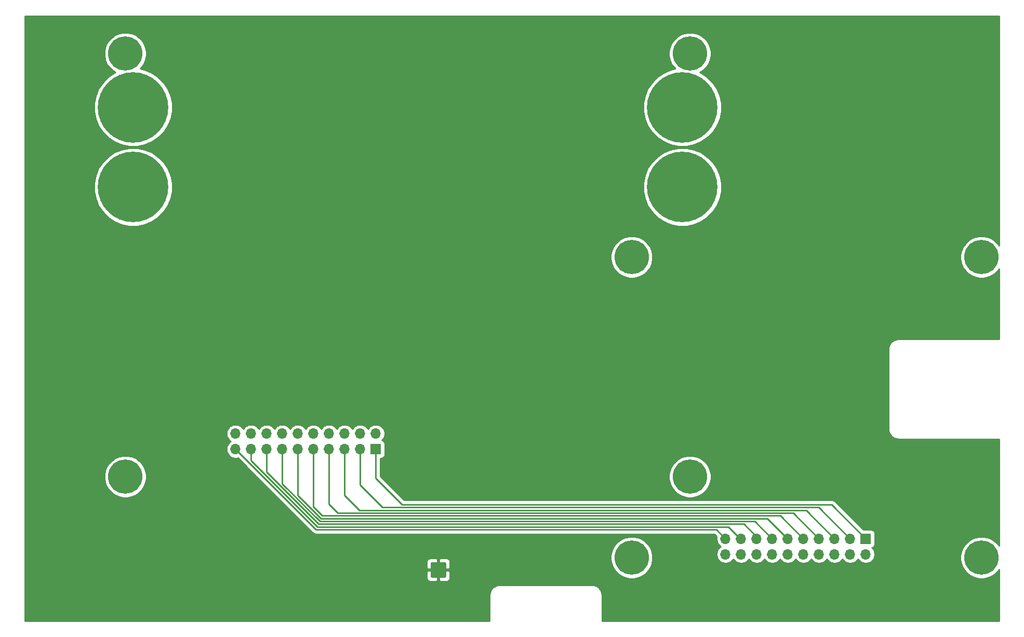
<source format=gbr>
%TF.GenerationSoftware,KiCad,Pcbnew,(5.1.9)-1*%
%TF.CreationDate,2021-09-18T16:00:30+02:00*%
%TF.ProjectId,DDS_mount,4444535f-6d6f-4756-9e74-2e6b69636164,1.1*%
%TF.SameCoordinates,Original*%
%TF.FileFunction,Copper,L1,Top*%
%TF.FilePolarity,Positive*%
%FSLAX46Y46*%
G04 Gerber Fmt 4.6, Leading zero omitted, Abs format (unit mm)*
G04 Created by KiCad (PCBNEW (5.1.9)-1) date 2021-09-18 16:00:30*
%MOMM*%
%LPD*%
G01*
G04 APERTURE LIST*
%TA.AperFunction,ComponentPad*%
%ADD10C,11.500000*%
%TD*%
%TA.AperFunction,ComponentPad*%
%ADD11C,5.600000*%
%TD*%
%TA.AperFunction,ComponentPad*%
%ADD12O,1.700000X1.700000*%
%TD*%
%TA.AperFunction,ComponentPad*%
%ADD13R,1.700000X1.700000*%
%TD*%
%TA.AperFunction,Conductor*%
%ADD14C,0.250000*%
%TD*%
%TA.AperFunction,Conductor*%
%ADD15C,0.254000*%
%TD*%
%TA.AperFunction,Conductor*%
%ADD16C,0.100000*%
%TD*%
G04 APERTURE END LIST*
D10*
%TO.P,J2,~*%
%TO.N,N/C*%
X157750000Y-78550000D03*
X157750000Y-65550000D03*
X68250000Y-78550000D03*
X68250000Y-65550000D03*
D11*
X159000000Y-125800000D03*
X159000000Y-56800000D03*
X67000000Y-56800000D03*
X67000000Y-125800000D03*
D12*
%TO.P,J2,20*%
%TO.N,Net-(J1-Pad20)*%
X84940000Y-118760000D03*
%TO.P,J2,19*%
%TO.N,Net-(J1-Pad19)*%
X84940000Y-121300000D03*
%TO.P,J2,18*%
%TO.N,Net-(J1-Pad18)*%
X87480000Y-118760000D03*
%TO.P,J2,17*%
%TO.N,Net-(J1-Pad17)*%
X87480000Y-121300000D03*
%TO.P,J2,16*%
%TO.N,Net-(J1-Pad16)*%
X90020000Y-118760000D03*
%TO.P,J2,15*%
%TO.N,Net-(J1-Pad15)*%
X90020000Y-121300000D03*
%TO.P,J2,14*%
%TO.N,Net-(J1-Pad14)*%
X92560000Y-118760000D03*
%TO.P,J2,13*%
%TO.N,Net-(J1-Pad13)*%
X92560000Y-121300000D03*
%TO.P,J2,12*%
%TO.N,Net-(J1-Pad12)*%
X95100000Y-118760000D03*
%TO.P,J2,11*%
%TO.N,Net-(J1-Pad11)*%
X95100000Y-121300000D03*
%TO.P,J2,10*%
%TO.N,Net-(J1-Pad10)*%
X97640000Y-118760000D03*
%TO.P,J2,9*%
%TO.N,Net-(J1-Pad9)*%
X97640000Y-121300000D03*
%TO.P,J2,8*%
%TO.N,Net-(J1-Pad8)*%
X100180000Y-118760000D03*
%TO.P,J2,7*%
%TO.N,Net-(J1-Pad7)*%
X100180000Y-121300000D03*
%TO.P,J2,6*%
%TO.N,Net-(J1-Pad6)*%
X102720000Y-118760000D03*
%TO.P,J2,5*%
%TO.N,Net-(J1-Pad5)*%
X102720000Y-121300000D03*
%TO.P,J2,4*%
%TO.N,Net-(J1-Pad4)*%
X105260000Y-118760000D03*
%TO.P,J2,3*%
%TO.N,Net-(J1-Pad3)*%
X105260000Y-121300000D03*
%TO.P,J2,2*%
%TO.N,Net-(J1-Pad2)*%
X107800000Y-118760000D03*
D13*
%TO.P,J2,1*%
%TO.N,Net-(J1-Pad1)*%
X107800000Y-121300000D03*
%TD*%
D11*
%TO.P,J1,~*%
%TO.N,N/C*%
X206500000Y-90000000D03*
X149500000Y-90000000D03*
X206500000Y-139000000D03*
X149500000Y-139000000D03*
D12*
%TO.P,J1,20*%
%TO.N,Net-(J1-Pad20)*%
X164790000Y-138440000D03*
%TO.P,J1,19*%
%TO.N,Net-(J1-Pad19)*%
X164790000Y-135900000D03*
%TO.P,J1,18*%
%TO.N,Net-(J1-Pad18)*%
X167330000Y-138440000D03*
%TO.P,J1,17*%
%TO.N,Net-(J1-Pad17)*%
X167330000Y-135900000D03*
%TO.P,J1,16*%
%TO.N,Net-(J1-Pad16)*%
X169870000Y-138440000D03*
%TO.P,J1,15*%
%TO.N,Net-(J1-Pad15)*%
X169870000Y-135900000D03*
%TO.P,J1,14*%
%TO.N,Net-(J1-Pad14)*%
X172410000Y-138440000D03*
%TO.P,J1,13*%
%TO.N,Net-(J1-Pad13)*%
X172410000Y-135900000D03*
%TO.P,J1,12*%
%TO.N,Net-(J1-Pad12)*%
X174950000Y-138440000D03*
%TO.P,J1,11*%
%TO.N,Net-(J1-Pad11)*%
X174950000Y-135900000D03*
%TO.P,J1,10*%
%TO.N,Net-(J1-Pad10)*%
X177490000Y-138440000D03*
%TO.P,J1,9*%
%TO.N,Net-(J1-Pad9)*%
X177490000Y-135900000D03*
%TO.P,J1,8*%
%TO.N,Net-(J1-Pad8)*%
X180030000Y-138440000D03*
%TO.P,J1,7*%
%TO.N,Net-(J1-Pad7)*%
X180030000Y-135900000D03*
%TO.P,J1,6*%
%TO.N,Net-(J1-Pad6)*%
X182570000Y-138440000D03*
%TO.P,J1,5*%
%TO.N,Net-(J1-Pad5)*%
X182570000Y-135900000D03*
%TO.P,J1,4*%
%TO.N,Net-(J1-Pad4)*%
X185110000Y-138440000D03*
%TO.P,J1,3*%
%TO.N,Net-(J1-Pad3)*%
X185110000Y-135900000D03*
%TO.P,J1,2*%
%TO.N,Net-(J1-Pad2)*%
X187650000Y-138440000D03*
D13*
%TO.P,J1,1*%
%TO.N,Net-(J1-Pad1)*%
X187650000Y-135900000D03*
%TD*%
%TO.P,J3,1*%
%TO.N,GND*%
%TA.AperFunction,ComponentPad*%
G36*
G01*
X116725000Y-142025001D02*
X116725000Y-139974999D01*
G75*
G02*
X116974999Y-139725000I249999J0D01*
G01*
X119025001Y-139725000D01*
G75*
G02*
X119275000Y-139974999I0J-249999D01*
G01*
X119275000Y-142025001D01*
G75*
G02*
X119025001Y-142275000I-249999J0D01*
G01*
X116974999Y-142275000D01*
G75*
G02*
X116725000Y-142025001I0J249999D01*
G01*
G37*
%TD.AperFunction*%
%TD*%
D14*
%TO.N,Net-(J1-Pad1)*%
X107800000Y-121300000D02*
X107800000Y-126049910D01*
X182099910Y-130349910D02*
X187650000Y-135900000D01*
X112100000Y-130349910D02*
X182099910Y-130349910D01*
X107800000Y-126049910D02*
X112100000Y-130349910D01*
%TO.N,Net-(J1-Pad3)*%
X105260000Y-121300000D02*
X105260000Y-127160000D01*
X180009920Y-130799920D02*
X185110000Y-135900000D01*
X108899920Y-130799920D02*
X180009920Y-130799920D01*
X105260000Y-127160000D02*
X108899920Y-130799920D01*
%TO.N,Net-(J1-Pad5)*%
X102720000Y-121300000D02*
X102720000Y-128820000D01*
X177919930Y-131249930D02*
X182570000Y-135900000D01*
X105149930Y-131249930D02*
X177919930Y-131249930D01*
X102720000Y-128820000D02*
X105149930Y-131249930D01*
%TO.N,Net-(J1-Pad7)*%
X100180000Y-121300000D02*
X100180000Y-130280000D01*
X100180000Y-130280000D02*
X101599940Y-131699940D01*
X175829940Y-131699940D02*
X180030000Y-135900000D01*
X101599940Y-131699940D02*
X175829940Y-131699940D01*
%TO.N,Net-(J1-Pad9)*%
X97640000Y-121300000D02*
X97640000Y-130730770D01*
X97640000Y-130730770D02*
X99059180Y-132149950D01*
X173739950Y-132149950D02*
X177490000Y-135900000D01*
X99059180Y-132149950D02*
X173739950Y-132149950D01*
%TO.N,Net-(J1-Pad11)*%
X95100000Y-121300000D02*
X95100000Y-128827180D01*
X171649960Y-132599960D02*
X174950000Y-135900000D01*
X98872780Y-132599960D02*
X171649960Y-132599960D01*
X95100000Y-128827180D02*
X98872780Y-132599960D01*
%TO.N,Net-(J1-Pad13)*%
X92560000Y-121300000D02*
X92560000Y-126923590D01*
X169559970Y-133049970D02*
X172410000Y-135900000D01*
X98686380Y-133049970D02*
X169559970Y-133049970D01*
X92560000Y-126923590D02*
X98686380Y-133049970D01*
%TO.N,Net-(J1-Pad15)*%
X90020000Y-121300000D02*
X90020000Y-125020000D01*
X98499980Y-133499980D02*
X167799980Y-133499980D01*
X90020000Y-125020000D02*
X98499980Y-133499980D01*
X169870000Y-135570000D02*
X169870000Y-135900000D01*
X167799980Y-133499980D02*
X169870000Y-135570000D01*
%TO.N,Net-(J1-Pad17)*%
X87480000Y-121300000D02*
X87480000Y-123180000D01*
X98249990Y-133949990D02*
X165249990Y-133949990D01*
X87480000Y-123180000D02*
X98249990Y-133949990D01*
X167200000Y-135900000D02*
X167330000Y-135900000D01*
X165249990Y-133949990D02*
X167200000Y-135900000D01*
%TO.N,Net-(J1-Pad19)*%
X84940000Y-121300000D02*
X98040000Y-134400000D01*
X163290000Y-134400000D02*
X164790000Y-135900000D01*
X98040000Y-134400000D02*
X163290000Y-134400000D01*
%TD*%
D15*
%TO.N,GND*%
X209340001Y-88067526D02*
X209168138Y-87810315D01*
X208689685Y-87331862D01*
X208127082Y-86955943D01*
X207501952Y-86697006D01*
X206838318Y-86565000D01*
X206161682Y-86565000D01*
X205498048Y-86697006D01*
X204872918Y-86955943D01*
X204310315Y-87331862D01*
X203831862Y-87810315D01*
X203455943Y-88372918D01*
X203197006Y-88998048D01*
X203065000Y-89661682D01*
X203065000Y-90338318D01*
X203197006Y-91001952D01*
X203455943Y-91627082D01*
X203831862Y-92189685D01*
X204310315Y-92668138D01*
X204872918Y-93044057D01*
X205498048Y-93302994D01*
X206161682Y-93435000D01*
X206838318Y-93435000D01*
X207501952Y-93302994D01*
X208127082Y-93044057D01*
X208689685Y-92668138D01*
X209168138Y-92189685D01*
X209340001Y-91932474D01*
X209340001Y-103340000D01*
X192967581Y-103340000D01*
X192939326Y-103342783D01*
X192933199Y-103342740D01*
X192924028Y-103343640D01*
X192729931Y-103364041D01*
X192671348Y-103376066D01*
X192612577Y-103387277D01*
X192603755Y-103389941D01*
X192417317Y-103447653D01*
X192362162Y-103470838D01*
X192306709Y-103493242D01*
X192298573Y-103497568D01*
X192126896Y-103590393D01*
X192077278Y-103623861D01*
X192027247Y-103656600D01*
X192020106Y-103662424D01*
X191869728Y-103786828D01*
X191827589Y-103829263D01*
X191784839Y-103871126D01*
X191778966Y-103878227D01*
X191655616Y-104029469D01*
X191622534Y-104079262D01*
X191588716Y-104128651D01*
X191584333Y-104136757D01*
X191492708Y-104309079D01*
X191469909Y-104364394D01*
X191446348Y-104419366D01*
X191443623Y-104428169D01*
X191387214Y-104615005D01*
X191375594Y-104673693D01*
X191363158Y-104732196D01*
X191362195Y-104741361D01*
X191343150Y-104935595D01*
X191340000Y-104967582D01*
X191340001Y-118032419D01*
X191342783Y-118060664D01*
X191342740Y-118066801D01*
X191343640Y-118075972D01*
X191364041Y-118270069D01*
X191376068Y-118328658D01*
X191387277Y-118387423D01*
X191389941Y-118396245D01*
X191447653Y-118582683D01*
X191470838Y-118637838D01*
X191493242Y-118693291D01*
X191497568Y-118701427D01*
X191590393Y-118873104D01*
X191623846Y-118922699D01*
X191656600Y-118972753D01*
X191662424Y-118979894D01*
X191786828Y-119130272D01*
X191829263Y-119172411D01*
X191871126Y-119215161D01*
X191878227Y-119221034D01*
X192029469Y-119344384D01*
X192079277Y-119377477D01*
X192128651Y-119411284D01*
X192136757Y-119415667D01*
X192309080Y-119507292D01*
X192364392Y-119530090D01*
X192419366Y-119553652D01*
X192428169Y-119556377D01*
X192615006Y-119612786D01*
X192673686Y-119624405D01*
X192732196Y-119636842D01*
X192741361Y-119637805D01*
X192935594Y-119656850D01*
X192935598Y-119656850D01*
X192967581Y-119660000D01*
X209340000Y-119660000D01*
X209340001Y-137067526D01*
X209168138Y-136810315D01*
X208689685Y-136331862D01*
X208127082Y-135955943D01*
X207501952Y-135697006D01*
X206838318Y-135565000D01*
X206161682Y-135565000D01*
X205498048Y-135697006D01*
X204872918Y-135955943D01*
X204310315Y-136331862D01*
X203831862Y-136810315D01*
X203455943Y-137372918D01*
X203197006Y-137998048D01*
X203065000Y-138661682D01*
X203065000Y-139338318D01*
X203197006Y-140001952D01*
X203455943Y-140627082D01*
X203831862Y-141189685D01*
X204310315Y-141668138D01*
X204872918Y-142044057D01*
X205498048Y-142302994D01*
X206161682Y-142435000D01*
X206838318Y-142435000D01*
X207501952Y-142302994D01*
X208127082Y-142044057D01*
X208689685Y-141668138D01*
X209168138Y-141189685D01*
X209340001Y-140932474D01*
X209340001Y-149340000D01*
X144660000Y-149340000D01*
X144660000Y-145067581D01*
X144657217Y-145039326D01*
X144657260Y-145033199D01*
X144656360Y-145024028D01*
X144635959Y-144829931D01*
X144623934Y-144771348D01*
X144612723Y-144712577D01*
X144610059Y-144703755D01*
X144552347Y-144517317D01*
X144529162Y-144462162D01*
X144506758Y-144406709D01*
X144502432Y-144398573D01*
X144409607Y-144226896D01*
X144376139Y-144177278D01*
X144343400Y-144127247D01*
X144337576Y-144120106D01*
X144213172Y-143969728D01*
X144170737Y-143927589D01*
X144128874Y-143884839D01*
X144121773Y-143878966D01*
X143970531Y-143755616D01*
X143920738Y-143722534D01*
X143871349Y-143688716D01*
X143863243Y-143684333D01*
X143690921Y-143592708D01*
X143635606Y-143569909D01*
X143580634Y-143546348D01*
X143571831Y-143543623D01*
X143384995Y-143487214D01*
X143326307Y-143475594D01*
X143267804Y-143463158D01*
X143258639Y-143462195D01*
X143064405Y-143443150D01*
X143064402Y-143443150D01*
X143032419Y-143440000D01*
X127967581Y-143440000D01*
X127939326Y-143442783D01*
X127933199Y-143442740D01*
X127924028Y-143443640D01*
X127729931Y-143464041D01*
X127671348Y-143476066D01*
X127612577Y-143487277D01*
X127603755Y-143489941D01*
X127417317Y-143547653D01*
X127362162Y-143570838D01*
X127306709Y-143593242D01*
X127298573Y-143597568D01*
X127126896Y-143690393D01*
X127077278Y-143723861D01*
X127027247Y-143756600D01*
X127020106Y-143762424D01*
X126869728Y-143886828D01*
X126827589Y-143929263D01*
X126784839Y-143971126D01*
X126778966Y-143978227D01*
X126655616Y-144129469D01*
X126622534Y-144179262D01*
X126588716Y-144228651D01*
X126584333Y-144236757D01*
X126492708Y-144409079D01*
X126469909Y-144464394D01*
X126446348Y-144519366D01*
X126443623Y-144528169D01*
X126387214Y-144715005D01*
X126375594Y-144773693D01*
X126363158Y-144832196D01*
X126362195Y-144841361D01*
X126343150Y-145035595D01*
X126340000Y-145067582D01*
X126340001Y-149340000D01*
X50660000Y-149340000D01*
X50660000Y-142275000D01*
X116086928Y-142275000D01*
X116099188Y-142399482D01*
X116135498Y-142519180D01*
X116194463Y-142629494D01*
X116273815Y-142726185D01*
X116370506Y-142805537D01*
X116480820Y-142864502D01*
X116600518Y-142900812D01*
X116725000Y-142913072D01*
X117714250Y-142910000D01*
X117873000Y-142751250D01*
X117873000Y-141127000D01*
X118127000Y-141127000D01*
X118127000Y-142751250D01*
X118285750Y-142910000D01*
X119275000Y-142913072D01*
X119399482Y-142900812D01*
X119519180Y-142864502D01*
X119629494Y-142805537D01*
X119726185Y-142726185D01*
X119805537Y-142629494D01*
X119864502Y-142519180D01*
X119900812Y-142399482D01*
X119913072Y-142275000D01*
X119910000Y-141285750D01*
X119751250Y-141127000D01*
X118127000Y-141127000D01*
X117873000Y-141127000D01*
X116248750Y-141127000D01*
X116090000Y-141285750D01*
X116086928Y-142275000D01*
X50660000Y-142275000D01*
X50660000Y-139725000D01*
X116086928Y-139725000D01*
X116090000Y-140714250D01*
X116248750Y-140873000D01*
X117873000Y-140873000D01*
X117873000Y-139248750D01*
X118127000Y-139248750D01*
X118127000Y-140873000D01*
X119751250Y-140873000D01*
X119910000Y-140714250D01*
X119913072Y-139725000D01*
X119900812Y-139600518D01*
X119864502Y-139480820D01*
X119805537Y-139370506D01*
X119726185Y-139273815D01*
X119629494Y-139194463D01*
X119519180Y-139135498D01*
X119399482Y-139099188D01*
X119275000Y-139086928D01*
X118285750Y-139090000D01*
X118127000Y-139248750D01*
X117873000Y-139248750D01*
X117714250Y-139090000D01*
X116725000Y-139086928D01*
X116600518Y-139099188D01*
X116480820Y-139135498D01*
X116370506Y-139194463D01*
X116273815Y-139273815D01*
X116194463Y-139370506D01*
X116135498Y-139480820D01*
X116099188Y-139600518D01*
X116086928Y-139725000D01*
X50660000Y-139725000D01*
X50660000Y-138661682D01*
X146065000Y-138661682D01*
X146065000Y-139338318D01*
X146197006Y-140001952D01*
X146455943Y-140627082D01*
X146831862Y-141189685D01*
X147310315Y-141668138D01*
X147872918Y-142044057D01*
X148498048Y-142302994D01*
X149161682Y-142435000D01*
X149838318Y-142435000D01*
X150501952Y-142302994D01*
X151127082Y-142044057D01*
X151689685Y-141668138D01*
X152168138Y-141189685D01*
X152544057Y-140627082D01*
X152802994Y-140001952D01*
X152935000Y-139338318D01*
X152935000Y-138661682D01*
X152802994Y-137998048D01*
X152544057Y-137372918D01*
X152168138Y-136810315D01*
X151689685Y-136331862D01*
X151127082Y-135955943D01*
X150501952Y-135697006D01*
X149838318Y-135565000D01*
X149161682Y-135565000D01*
X148498048Y-135697006D01*
X147872918Y-135955943D01*
X147310315Y-136331862D01*
X146831862Y-136810315D01*
X146455943Y-137372918D01*
X146197006Y-137998048D01*
X146065000Y-138661682D01*
X50660000Y-138661682D01*
X50660000Y-125461682D01*
X63565000Y-125461682D01*
X63565000Y-126138318D01*
X63697006Y-126801952D01*
X63955943Y-127427082D01*
X64331862Y-127989685D01*
X64810315Y-128468138D01*
X65372918Y-128844057D01*
X65998048Y-129102994D01*
X66661682Y-129235000D01*
X67338318Y-129235000D01*
X68001952Y-129102994D01*
X68627082Y-128844057D01*
X69189685Y-128468138D01*
X69668138Y-127989685D01*
X70044057Y-127427082D01*
X70302994Y-126801952D01*
X70435000Y-126138318D01*
X70435000Y-125461682D01*
X70302994Y-124798048D01*
X70044057Y-124172918D01*
X69668138Y-123610315D01*
X69189685Y-123131862D01*
X68627082Y-122755943D01*
X68001952Y-122497006D01*
X67338318Y-122365000D01*
X66661682Y-122365000D01*
X65998048Y-122497006D01*
X65372918Y-122755943D01*
X64810315Y-123131862D01*
X64331862Y-123610315D01*
X63955943Y-124172918D01*
X63697006Y-124798048D01*
X63565000Y-125461682D01*
X50660000Y-125461682D01*
X50660000Y-118613740D01*
X83455000Y-118613740D01*
X83455000Y-118906260D01*
X83512068Y-119193158D01*
X83624010Y-119463411D01*
X83786525Y-119706632D01*
X83993368Y-119913475D01*
X84167760Y-120030000D01*
X83993368Y-120146525D01*
X83786525Y-120353368D01*
X83624010Y-120596589D01*
X83512068Y-120866842D01*
X83455000Y-121153740D01*
X83455000Y-121446260D01*
X83512068Y-121733158D01*
X83624010Y-122003411D01*
X83786525Y-122246632D01*
X83993368Y-122453475D01*
X84236589Y-122615990D01*
X84506842Y-122727932D01*
X84793740Y-122785000D01*
X85086260Y-122785000D01*
X85306408Y-122741209D01*
X97476200Y-134911002D01*
X97499999Y-134940001D01*
X97615724Y-135034974D01*
X97747753Y-135105546D01*
X97891014Y-135149003D01*
X98002667Y-135160000D01*
X98002675Y-135160000D01*
X98040000Y-135163676D01*
X98077325Y-135160000D01*
X162975199Y-135160000D01*
X163348791Y-135533592D01*
X163305000Y-135753740D01*
X163305000Y-136046260D01*
X163362068Y-136333158D01*
X163474010Y-136603411D01*
X163636525Y-136846632D01*
X163843368Y-137053475D01*
X164017760Y-137170000D01*
X163843368Y-137286525D01*
X163636525Y-137493368D01*
X163474010Y-137736589D01*
X163362068Y-138006842D01*
X163305000Y-138293740D01*
X163305000Y-138586260D01*
X163362068Y-138873158D01*
X163474010Y-139143411D01*
X163636525Y-139386632D01*
X163843368Y-139593475D01*
X164086589Y-139755990D01*
X164356842Y-139867932D01*
X164643740Y-139925000D01*
X164936260Y-139925000D01*
X165223158Y-139867932D01*
X165493411Y-139755990D01*
X165736632Y-139593475D01*
X165943475Y-139386632D01*
X166060000Y-139212240D01*
X166176525Y-139386632D01*
X166383368Y-139593475D01*
X166626589Y-139755990D01*
X166896842Y-139867932D01*
X167183740Y-139925000D01*
X167476260Y-139925000D01*
X167763158Y-139867932D01*
X168033411Y-139755990D01*
X168276632Y-139593475D01*
X168483475Y-139386632D01*
X168600000Y-139212240D01*
X168716525Y-139386632D01*
X168923368Y-139593475D01*
X169166589Y-139755990D01*
X169436842Y-139867932D01*
X169723740Y-139925000D01*
X170016260Y-139925000D01*
X170303158Y-139867932D01*
X170573411Y-139755990D01*
X170816632Y-139593475D01*
X171023475Y-139386632D01*
X171140000Y-139212240D01*
X171256525Y-139386632D01*
X171463368Y-139593475D01*
X171706589Y-139755990D01*
X171976842Y-139867932D01*
X172263740Y-139925000D01*
X172556260Y-139925000D01*
X172843158Y-139867932D01*
X173113411Y-139755990D01*
X173356632Y-139593475D01*
X173563475Y-139386632D01*
X173680000Y-139212240D01*
X173796525Y-139386632D01*
X174003368Y-139593475D01*
X174246589Y-139755990D01*
X174516842Y-139867932D01*
X174803740Y-139925000D01*
X175096260Y-139925000D01*
X175383158Y-139867932D01*
X175653411Y-139755990D01*
X175896632Y-139593475D01*
X176103475Y-139386632D01*
X176220000Y-139212240D01*
X176336525Y-139386632D01*
X176543368Y-139593475D01*
X176786589Y-139755990D01*
X177056842Y-139867932D01*
X177343740Y-139925000D01*
X177636260Y-139925000D01*
X177923158Y-139867932D01*
X178193411Y-139755990D01*
X178436632Y-139593475D01*
X178643475Y-139386632D01*
X178760000Y-139212240D01*
X178876525Y-139386632D01*
X179083368Y-139593475D01*
X179326589Y-139755990D01*
X179596842Y-139867932D01*
X179883740Y-139925000D01*
X180176260Y-139925000D01*
X180463158Y-139867932D01*
X180733411Y-139755990D01*
X180976632Y-139593475D01*
X181183475Y-139386632D01*
X181300000Y-139212240D01*
X181416525Y-139386632D01*
X181623368Y-139593475D01*
X181866589Y-139755990D01*
X182136842Y-139867932D01*
X182423740Y-139925000D01*
X182716260Y-139925000D01*
X183003158Y-139867932D01*
X183273411Y-139755990D01*
X183516632Y-139593475D01*
X183723475Y-139386632D01*
X183840000Y-139212240D01*
X183956525Y-139386632D01*
X184163368Y-139593475D01*
X184406589Y-139755990D01*
X184676842Y-139867932D01*
X184963740Y-139925000D01*
X185256260Y-139925000D01*
X185543158Y-139867932D01*
X185813411Y-139755990D01*
X186056632Y-139593475D01*
X186263475Y-139386632D01*
X186380000Y-139212240D01*
X186496525Y-139386632D01*
X186703368Y-139593475D01*
X186946589Y-139755990D01*
X187216842Y-139867932D01*
X187503740Y-139925000D01*
X187796260Y-139925000D01*
X188083158Y-139867932D01*
X188353411Y-139755990D01*
X188596632Y-139593475D01*
X188803475Y-139386632D01*
X188965990Y-139143411D01*
X189077932Y-138873158D01*
X189135000Y-138586260D01*
X189135000Y-138293740D01*
X189077932Y-138006842D01*
X188965990Y-137736589D01*
X188803475Y-137493368D01*
X188671620Y-137361513D01*
X188744180Y-137339502D01*
X188854494Y-137280537D01*
X188951185Y-137201185D01*
X189030537Y-137104494D01*
X189089502Y-136994180D01*
X189125812Y-136874482D01*
X189138072Y-136750000D01*
X189138072Y-135050000D01*
X189125812Y-134925518D01*
X189089502Y-134805820D01*
X189030537Y-134695506D01*
X188951185Y-134598815D01*
X188854494Y-134519463D01*
X188744180Y-134460498D01*
X188624482Y-134424188D01*
X188500000Y-134411928D01*
X187236730Y-134411928D01*
X182663714Y-129838913D01*
X182639911Y-129809909D01*
X182524186Y-129714936D01*
X182392157Y-129644364D01*
X182248896Y-129600907D01*
X182137243Y-129589910D01*
X182137232Y-129589910D01*
X182099910Y-129586234D01*
X182062588Y-129589910D01*
X112414802Y-129589910D01*
X108560000Y-125735109D01*
X108560000Y-125461682D01*
X155565000Y-125461682D01*
X155565000Y-126138318D01*
X155697006Y-126801952D01*
X155955943Y-127427082D01*
X156331862Y-127989685D01*
X156810315Y-128468138D01*
X157372918Y-128844057D01*
X157998048Y-129102994D01*
X158661682Y-129235000D01*
X159338318Y-129235000D01*
X160001952Y-129102994D01*
X160627082Y-128844057D01*
X161189685Y-128468138D01*
X161668138Y-127989685D01*
X162044057Y-127427082D01*
X162302994Y-126801952D01*
X162435000Y-126138318D01*
X162435000Y-125461682D01*
X162302994Y-124798048D01*
X162044057Y-124172918D01*
X161668138Y-123610315D01*
X161189685Y-123131862D01*
X160627082Y-122755943D01*
X160001952Y-122497006D01*
X159338318Y-122365000D01*
X158661682Y-122365000D01*
X157998048Y-122497006D01*
X157372918Y-122755943D01*
X156810315Y-123131862D01*
X156331862Y-123610315D01*
X155955943Y-124172918D01*
X155697006Y-124798048D01*
X155565000Y-125461682D01*
X108560000Y-125461682D01*
X108560000Y-122788072D01*
X108650000Y-122788072D01*
X108774482Y-122775812D01*
X108894180Y-122739502D01*
X109004494Y-122680537D01*
X109101185Y-122601185D01*
X109180537Y-122504494D01*
X109239502Y-122394180D01*
X109275812Y-122274482D01*
X109288072Y-122150000D01*
X109288072Y-120450000D01*
X109275812Y-120325518D01*
X109239502Y-120205820D01*
X109180537Y-120095506D01*
X109101185Y-119998815D01*
X109004494Y-119919463D01*
X108894180Y-119860498D01*
X108821620Y-119838487D01*
X108953475Y-119706632D01*
X109115990Y-119463411D01*
X109227932Y-119193158D01*
X109285000Y-118906260D01*
X109285000Y-118613740D01*
X109227932Y-118326842D01*
X109115990Y-118056589D01*
X108953475Y-117813368D01*
X108746632Y-117606525D01*
X108503411Y-117444010D01*
X108233158Y-117332068D01*
X107946260Y-117275000D01*
X107653740Y-117275000D01*
X107366842Y-117332068D01*
X107096589Y-117444010D01*
X106853368Y-117606525D01*
X106646525Y-117813368D01*
X106530000Y-117987760D01*
X106413475Y-117813368D01*
X106206632Y-117606525D01*
X105963411Y-117444010D01*
X105693158Y-117332068D01*
X105406260Y-117275000D01*
X105113740Y-117275000D01*
X104826842Y-117332068D01*
X104556589Y-117444010D01*
X104313368Y-117606525D01*
X104106525Y-117813368D01*
X103990000Y-117987760D01*
X103873475Y-117813368D01*
X103666632Y-117606525D01*
X103423411Y-117444010D01*
X103153158Y-117332068D01*
X102866260Y-117275000D01*
X102573740Y-117275000D01*
X102286842Y-117332068D01*
X102016589Y-117444010D01*
X101773368Y-117606525D01*
X101566525Y-117813368D01*
X101450000Y-117987760D01*
X101333475Y-117813368D01*
X101126632Y-117606525D01*
X100883411Y-117444010D01*
X100613158Y-117332068D01*
X100326260Y-117275000D01*
X100033740Y-117275000D01*
X99746842Y-117332068D01*
X99476589Y-117444010D01*
X99233368Y-117606525D01*
X99026525Y-117813368D01*
X98910000Y-117987760D01*
X98793475Y-117813368D01*
X98586632Y-117606525D01*
X98343411Y-117444010D01*
X98073158Y-117332068D01*
X97786260Y-117275000D01*
X97493740Y-117275000D01*
X97206842Y-117332068D01*
X96936589Y-117444010D01*
X96693368Y-117606525D01*
X96486525Y-117813368D01*
X96370000Y-117987760D01*
X96253475Y-117813368D01*
X96046632Y-117606525D01*
X95803411Y-117444010D01*
X95533158Y-117332068D01*
X95246260Y-117275000D01*
X94953740Y-117275000D01*
X94666842Y-117332068D01*
X94396589Y-117444010D01*
X94153368Y-117606525D01*
X93946525Y-117813368D01*
X93830000Y-117987760D01*
X93713475Y-117813368D01*
X93506632Y-117606525D01*
X93263411Y-117444010D01*
X92993158Y-117332068D01*
X92706260Y-117275000D01*
X92413740Y-117275000D01*
X92126842Y-117332068D01*
X91856589Y-117444010D01*
X91613368Y-117606525D01*
X91406525Y-117813368D01*
X91290000Y-117987760D01*
X91173475Y-117813368D01*
X90966632Y-117606525D01*
X90723411Y-117444010D01*
X90453158Y-117332068D01*
X90166260Y-117275000D01*
X89873740Y-117275000D01*
X89586842Y-117332068D01*
X89316589Y-117444010D01*
X89073368Y-117606525D01*
X88866525Y-117813368D01*
X88750000Y-117987760D01*
X88633475Y-117813368D01*
X88426632Y-117606525D01*
X88183411Y-117444010D01*
X87913158Y-117332068D01*
X87626260Y-117275000D01*
X87333740Y-117275000D01*
X87046842Y-117332068D01*
X86776589Y-117444010D01*
X86533368Y-117606525D01*
X86326525Y-117813368D01*
X86210000Y-117987760D01*
X86093475Y-117813368D01*
X85886632Y-117606525D01*
X85643411Y-117444010D01*
X85373158Y-117332068D01*
X85086260Y-117275000D01*
X84793740Y-117275000D01*
X84506842Y-117332068D01*
X84236589Y-117444010D01*
X83993368Y-117606525D01*
X83786525Y-117813368D01*
X83624010Y-118056589D01*
X83512068Y-118326842D01*
X83455000Y-118613740D01*
X50660000Y-118613740D01*
X50660000Y-89661682D01*
X146065000Y-89661682D01*
X146065000Y-90338318D01*
X146197006Y-91001952D01*
X146455943Y-91627082D01*
X146831862Y-92189685D01*
X147310315Y-92668138D01*
X147872918Y-93044057D01*
X148498048Y-93302994D01*
X149161682Y-93435000D01*
X149838318Y-93435000D01*
X150501952Y-93302994D01*
X151127082Y-93044057D01*
X151689685Y-92668138D01*
X152168138Y-92189685D01*
X152544057Y-91627082D01*
X152802994Y-91001952D01*
X152935000Y-90338318D01*
X152935000Y-89661682D01*
X152802994Y-88998048D01*
X152544057Y-88372918D01*
X152168138Y-87810315D01*
X151689685Y-87331862D01*
X151127082Y-86955943D01*
X150501952Y-86697006D01*
X149838318Y-86565000D01*
X149161682Y-86565000D01*
X148498048Y-86697006D01*
X147872918Y-86955943D01*
X147310315Y-87331862D01*
X146831862Y-87810315D01*
X146455943Y-88372918D01*
X146197006Y-88998048D01*
X146065000Y-89661682D01*
X50660000Y-89661682D01*
X50660000Y-77921132D01*
X61865000Y-77921132D01*
X61865000Y-79178868D01*
X62110372Y-80412436D01*
X62591687Y-81574431D01*
X63290447Y-82620200D01*
X64179800Y-83509553D01*
X65225569Y-84208313D01*
X66387564Y-84689628D01*
X67621132Y-84935000D01*
X68878868Y-84935000D01*
X70112436Y-84689628D01*
X71274431Y-84208313D01*
X72320200Y-83509553D01*
X73209553Y-82620200D01*
X73908313Y-81574431D01*
X74389628Y-80412436D01*
X74635000Y-79178868D01*
X74635000Y-77921132D01*
X151365000Y-77921132D01*
X151365000Y-79178868D01*
X151610372Y-80412436D01*
X152091687Y-81574431D01*
X152790447Y-82620200D01*
X153679800Y-83509553D01*
X154725569Y-84208313D01*
X155887564Y-84689628D01*
X157121132Y-84935000D01*
X158378868Y-84935000D01*
X159612436Y-84689628D01*
X160774431Y-84208313D01*
X161820200Y-83509553D01*
X162709553Y-82620200D01*
X163408313Y-81574431D01*
X163889628Y-80412436D01*
X164135000Y-79178868D01*
X164135000Y-77921132D01*
X163889628Y-76687564D01*
X163408313Y-75525569D01*
X162709553Y-74479800D01*
X161820200Y-73590447D01*
X160774431Y-72891687D01*
X159612436Y-72410372D01*
X158378868Y-72165000D01*
X157121132Y-72165000D01*
X155887564Y-72410372D01*
X154725569Y-72891687D01*
X153679800Y-73590447D01*
X152790447Y-74479800D01*
X152091687Y-75525569D01*
X151610372Y-76687564D01*
X151365000Y-77921132D01*
X74635000Y-77921132D01*
X74389628Y-76687564D01*
X73908313Y-75525569D01*
X73209553Y-74479800D01*
X72320200Y-73590447D01*
X71274431Y-72891687D01*
X70112436Y-72410372D01*
X68878868Y-72165000D01*
X67621132Y-72165000D01*
X66387564Y-72410372D01*
X65225569Y-72891687D01*
X64179800Y-73590447D01*
X63290447Y-74479800D01*
X62591687Y-75525569D01*
X62110372Y-76687564D01*
X61865000Y-77921132D01*
X50660000Y-77921132D01*
X50660000Y-64921132D01*
X61865000Y-64921132D01*
X61865000Y-66178868D01*
X62110372Y-67412436D01*
X62591687Y-68574431D01*
X63290447Y-69620200D01*
X64179800Y-70509553D01*
X65225569Y-71208313D01*
X66387564Y-71689628D01*
X67621132Y-71935000D01*
X68878868Y-71935000D01*
X70112436Y-71689628D01*
X71274431Y-71208313D01*
X72320200Y-70509553D01*
X73209553Y-69620200D01*
X73908313Y-68574431D01*
X74389628Y-67412436D01*
X74635000Y-66178868D01*
X74635000Y-64921132D01*
X151365000Y-64921132D01*
X151365000Y-66178868D01*
X151610372Y-67412436D01*
X152091687Y-68574431D01*
X152790447Y-69620200D01*
X153679800Y-70509553D01*
X154725569Y-71208313D01*
X155887564Y-71689628D01*
X157121132Y-71935000D01*
X158378868Y-71935000D01*
X159612436Y-71689628D01*
X160774431Y-71208313D01*
X161820200Y-70509553D01*
X162709553Y-69620200D01*
X163408313Y-68574431D01*
X163889628Y-67412436D01*
X164135000Y-66178868D01*
X164135000Y-64921132D01*
X163889628Y-63687564D01*
X163408313Y-62525569D01*
X162709553Y-61479800D01*
X161820200Y-60590447D01*
X160774431Y-59891687D01*
X160639466Y-59835782D01*
X161189685Y-59468138D01*
X161668138Y-58989685D01*
X162044057Y-58427082D01*
X162302994Y-57801952D01*
X162435000Y-57138318D01*
X162435000Y-56461682D01*
X162302994Y-55798048D01*
X162044057Y-55172918D01*
X161668138Y-54610315D01*
X161189685Y-54131862D01*
X160627082Y-53755943D01*
X160001952Y-53497006D01*
X159338318Y-53365000D01*
X158661682Y-53365000D01*
X157998048Y-53497006D01*
X157372918Y-53755943D01*
X156810315Y-54131862D01*
X156331862Y-54610315D01*
X155955943Y-55172918D01*
X155697006Y-55798048D01*
X155565000Y-56461682D01*
X155565000Y-57138318D01*
X155697006Y-57801952D01*
X155955943Y-58427082D01*
X156331862Y-58989685D01*
X156609039Y-59266862D01*
X155887564Y-59410372D01*
X154725569Y-59891687D01*
X153679800Y-60590447D01*
X152790447Y-61479800D01*
X152091687Y-62525569D01*
X151610372Y-63687564D01*
X151365000Y-64921132D01*
X74635000Y-64921132D01*
X74389628Y-63687564D01*
X73908313Y-62525569D01*
X73209553Y-61479800D01*
X72320200Y-60590447D01*
X71274431Y-59891687D01*
X70112436Y-59410372D01*
X69390961Y-59266862D01*
X69668138Y-58989685D01*
X70044057Y-58427082D01*
X70302994Y-57801952D01*
X70435000Y-57138318D01*
X70435000Y-56461682D01*
X70302994Y-55798048D01*
X70044057Y-55172918D01*
X69668138Y-54610315D01*
X69189685Y-54131862D01*
X68627082Y-53755943D01*
X68001952Y-53497006D01*
X67338318Y-53365000D01*
X66661682Y-53365000D01*
X65998048Y-53497006D01*
X65372918Y-53755943D01*
X64810315Y-54131862D01*
X64331862Y-54610315D01*
X63955943Y-55172918D01*
X63697006Y-55798048D01*
X63565000Y-56461682D01*
X63565000Y-57138318D01*
X63697006Y-57801952D01*
X63955943Y-58427082D01*
X64331862Y-58989685D01*
X64810315Y-59468138D01*
X65360534Y-59835782D01*
X65225569Y-59891687D01*
X64179800Y-60590447D01*
X63290447Y-61479800D01*
X62591687Y-62525569D01*
X62110372Y-63687564D01*
X61865000Y-64921132D01*
X50660000Y-64921132D01*
X50660000Y-50660000D01*
X209340000Y-50660000D01*
X209340001Y-88067526D01*
%TA.AperFunction,Conductor*%
D16*
G36*
X209340001Y-88067526D02*
G01*
X209168138Y-87810315D01*
X208689685Y-87331862D01*
X208127082Y-86955943D01*
X207501952Y-86697006D01*
X206838318Y-86565000D01*
X206161682Y-86565000D01*
X205498048Y-86697006D01*
X204872918Y-86955943D01*
X204310315Y-87331862D01*
X203831862Y-87810315D01*
X203455943Y-88372918D01*
X203197006Y-88998048D01*
X203065000Y-89661682D01*
X203065000Y-90338318D01*
X203197006Y-91001952D01*
X203455943Y-91627082D01*
X203831862Y-92189685D01*
X204310315Y-92668138D01*
X204872918Y-93044057D01*
X205498048Y-93302994D01*
X206161682Y-93435000D01*
X206838318Y-93435000D01*
X207501952Y-93302994D01*
X208127082Y-93044057D01*
X208689685Y-92668138D01*
X209168138Y-92189685D01*
X209340001Y-91932474D01*
X209340001Y-103340000D01*
X192967581Y-103340000D01*
X192939326Y-103342783D01*
X192933199Y-103342740D01*
X192924028Y-103343640D01*
X192729931Y-103364041D01*
X192671348Y-103376066D01*
X192612577Y-103387277D01*
X192603755Y-103389941D01*
X192417317Y-103447653D01*
X192362162Y-103470838D01*
X192306709Y-103493242D01*
X192298573Y-103497568D01*
X192126896Y-103590393D01*
X192077278Y-103623861D01*
X192027247Y-103656600D01*
X192020106Y-103662424D01*
X191869728Y-103786828D01*
X191827589Y-103829263D01*
X191784839Y-103871126D01*
X191778966Y-103878227D01*
X191655616Y-104029469D01*
X191622534Y-104079262D01*
X191588716Y-104128651D01*
X191584333Y-104136757D01*
X191492708Y-104309079D01*
X191469909Y-104364394D01*
X191446348Y-104419366D01*
X191443623Y-104428169D01*
X191387214Y-104615005D01*
X191375594Y-104673693D01*
X191363158Y-104732196D01*
X191362195Y-104741361D01*
X191343150Y-104935595D01*
X191340000Y-104967582D01*
X191340001Y-118032419D01*
X191342783Y-118060664D01*
X191342740Y-118066801D01*
X191343640Y-118075972D01*
X191364041Y-118270069D01*
X191376068Y-118328658D01*
X191387277Y-118387423D01*
X191389941Y-118396245D01*
X191447653Y-118582683D01*
X191470838Y-118637838D01*
X191493242Y-118693291D01*
X191497568Y-118701427D01*
X191590393Y-118873104D01*
X191623846Y-118922699D01*
X191656600Y-118972753D01*
X191662424Y-118979894D01*
X191786828Y-119130272D01*
X191829263Y-119172411D01*
X191871126Y-119215161D01*
X191878227Y-119221034D01*
X192029469Y-119344384D01*
X192079277Y-119377477D01*
X192128651Y-119411284D01*
X192136757Y-119415667D01*
X192309080Y-119507292D01*
X192364392Y-119530090D01*
X192419366Y-119553652D01*
X192428169Y-119556377D01*
X192615006Y-119612786D01*
X192673686Y-119624405D01*
X192732196Y-119636842D01*
X192741361Y-119637805D01*
X192935594Y-119656850D01*
X192935598Y-119656850D01*
X192967581Y-119660000D01*
X209340000Y-119660000D01*
X209340001Y-137067526D01*
X209168138Y-136810315D01*
X208689685Y-136331862D01*
X208127082Y-135955943D01*
X207501952Y-135697006D01*
X206838318Y-135565000D01*
X206161682Y-135565000D01*
X205498048Y-135697006D01*
X204872918Y-135955943D01*
X204310315Y-136331862D01*
X203831862Y-136810315D01*
X203455943Y-137372918D01*
X203197006Y-137998048D01*
X203065000Y-138661682D01*
X203065000Y-139338318D01*
X203197006Y-140001952D01*
X203455943Y-140627082D01*
X203831862Y-141189685D01*
X204310315Y-141668138D01*
X204872918Y-142044057D01*
X205498048Y-142302994D01*
X206161682Y-142435000D01*
X206838318Y-142435000D01*
X207501952Y-142302994D01*
X208127082Y-142044057D01*
X208689685Y-141668138D01*
X209168138Y-141189685D01*
X209340001Y-140932474D01*
X209340001Y-149340000D01*
X144660000Y-149340000D01*
X144660000Y-145067581D01*
X144657217Y-145039326D01*
X144657260Y-145033199D01*
X144656360Y-145024028D01*
X144635959Y-144829931D01*
X144623934Y-144771348D01*
X144612723Y-144712577D01*
X144610059Y-144703755D01*
X144552347Y-144517317D01*
X144529162Y-144462162D01*
X144506758Y-144406709D01*
X144502432Y-144398573D01*
X144409607Y-144226896D01*
X144376139Y-144177278D01*
X144343400Y-144127247D01*
X144337576Y-144120106D01*
X144213172Y-143969728D01*
X144170737Y-143927589D01*
X144128874Y-143884839D01*
X144121773Y-143878966D01*
X143970531Y-143755616D01*
X143920738Y-143722534D01*
X143871349Y-143688716D01*
X143863243Y-143684333D01*
X143690921Y-143592708D01*
X143635606Y-143569909D01*
X143580634Y-143546348D01*
X143571831Y-143543623D01*
X143384995Y-143487214D01*
X143326307Y-143475594D01*
X143267804Y-143463158D01*
X143258639Y-143462195D01*
X143064405Y-143443150D01*
X143064402Y-143443150D01*
X143032419Y-143440000D01*
X127967581Y-143440000D01*
X127939326Y-143442783D01*
X127933199Y-143442740D01*
X127924028Y-143443640D01*
X127729931Y-143464041D01*
X127671348Y-143476066D01*
X127612577Y-143487277D01*
X127603755Y-143489941D01*
X127417317Y-143547653D01*
X127362162Y-143570838D01*
X127306709Y-143593242D01*
X127298573Y-143597568D01*
X127126896Y-143690393D01*
X127077278Y-143723861D01*
X127027247Y-143756600D01*
X127020106Y-143762424D01*
X126869728Y-143886828D01*
X126827589Y-143929263D01*
X126784839Y-143971126D01*
X126778966Y-143978227D01*
X126655616Y-144129469D01*
X126622534Y-144179262D01*
X126588716Y-144228651D01*
X126584333Y-144236757D01*
X126492708Y-144409079D01*
X126469909Y-144464394D01*
X126446348Y-144519366D01*
X126443623Y-144528169D01*
X126387214Y-144715005D01*
X126375594Y-144773693D01*
X126363158Y-144832196D01*
X126362195Y-144841361D01*
X126343150Y-145035595D01*
X126340000Y-145067582D01*
X126340001Y-149340000D01*
X50660000Y-149340000D01*
X50660000Y-142275000D01*
X116086928Y-142275000D01*
X116099188Y-142399482D01*
X116135498Y-142519180D01*
X116194463Y-142629494D01*
X116273815Y-142726185D01*
X116370506Y-142805537D01*
X116480820Y-142864502D01*
X116600518Y-142900812D01*
X116725000Y-142913072D01*
X117714250Y-142910000D01*
X117873000Y-142751250D01*
X117873000Y-141127000D01*
X118127000Y-141127000D01*
X118127000Y-142751250D01*
X118285750Y-142910000D01*
X119275000Y-142913072D01*
X119399482Y-142900812D01*
X119519180Y-142864502D01*
X119629494Y-142805537D01*
X119726185Y-142726185D01*
X119805537Y-142629494D01*
X119864502Y-142519180D01*
X119900812Y-142399482D01*
X119913072Y-142275000D01*
X119910000Y-141285750D01*
X119751250Y-141127000D01*
X118127000Y-141127000D01*
X117873000Y-141127000D01*
X116248750Y-141127000D01*
X116090000Y-141285750D01*
X116086928Y-142275000D01*
X50660000Y-142275000D01*
X50660000Y-139725000D01*
X116086928Y-139725000D01*
X116090000Y-140714250D01*
X116248750Y-140873000D01*
X117873000Y-140873000D01*
X117873000Y-139248750D01*
X118127000Y-139248750D01*
X118127000Y-140873000D01*
X119751250Y-140873000D01*
X119910000Y-140714250D01*
X119913072Y-139725000D01*
X119900812Y-139600518D01*
X119864502Y-139480820D01*
X119805537Y-139370506D01*
X119726185Y-139273815D01*
X119629494Y-139194463D01*
X119519180Y-139135498D01*
X119399482Y-139099188D01*
X119275000Y-139086928D01*
X118285750Y-139090000D01*
X118127000Y-139248750D01*
X117873000Y-139248750D01*
X117714250Y-139090000D01*
X116725000Y-139086928D01*
X116600518Y-139099188D01*
X116480820Y-139135498D01*
X116370506Y-139194463D01*
X116273815Y-139273815D01*
X116194463Y-139370506D01*
X116135498Y-139480820D01*
X116099188Y-139600518D01*
X116086928Y-139725000D01*
X50660000Y-139725000D01*
X50660000Y-138661682D01*
X146065000Y-138661682D01*
X146065000Y-139338318D01*
X146197006Y-140001952D01*
X146455943Y-140627082D01*
X146831862Y-141189685D01*
X147310315Y-141668138D01*
X147872918Y-142044057D01*
X148498048Y-142302994D01*
X149161682Y-142435000D01*
X149838318Y-142435000D01*
X150501952Y-142302994D01*
X151127082Y-142044057D01*
X151689685Y-141668138D01*
X152168138Y-141189685D01*
X152544057Y-140627082D01*
X152802994Y-140001952D01*
X152935000Y-139338318D01*
X152935000Y-138661682D01*
X152802994Y-137998048D01*
X152544057Y-137372918D01*
X152168138Y-136810315D01*
X151689685Y-136331862D01*
X151127082Y-135955943D01*
X150501952Y-135697006D01*
X149838318Y-135565000D01*
X149161682Y-135565000D01*
X148498048Y-135697006D01*
X147872918Y-135955943D01*
X147310315Y-136331862D01*
X146831862Y-136810315D01*
X146455943Y-137372918D01*
X146197006Y-137998048D01*
X146065000Y-138661682D01*
X50660000Y-138661682D01*
X50660000Y-125461682D01*
X63565000Y-125461682D01*
X63565000Y-126138318D01*
X63697006Y-126801952D01*
X63955943Y-127427082D01*
X64331862Y-127989685D01*
X64810315Y-128468138D01*
X65372918Y-128844057D01*
X65998048Y-129102994D01*
X66661682Y-129235000D01*
X67338318Y-129235000D01*
X68001952Y-129102994D01*
X68627082Y-128844057D01*
X69189685Y-128468138D01*
X69668138Y-127989685D01*
X70044057Y-127427082D01*
X70302994Y-126801952D01*
X70435000Y-126138318D01*
X70435000Y-125461682D01*
X70302994Y-124798048D01*
X70044057Y-124172918D01*
X69668138Y-123610315D01*
X69189685Y-123131862D01*
X68627082Y-122755943D01*
X68001952Y-122497006D01*
X67338318Y-122365000D01*
X66661682Y-122365000D01*
X65998048Y-122497006D01*
X65372918Y-122755943D01*
X64810315Y-123131862D01*
X64331862Y-123610315D01*
X63955943Y-124172918D01*
X63697006Y-124798048D01*
X63565000Y-125461682D01*
X50660000Y-125461682D01*
X50660000Y-118613740D01*
X83455000Y-118613740D01*
X83455000Y-118906260D01*
X83512068Y-119193158D01*
X83624010Y-119463411D01*
X83786525Y-119706632D01*
X83993368Y-119913475D01*
X84167760Y-120030000D01*
X83993368Y-120146525D01*
X83786525Y-120353368D01*
X83624010Y-120596589D01*
X83512068Y-120866842D01*
X83455000Y-121153740D01*
X83455000Y-121446260D01*
X83512068Y-121733158D01*
X83624010Y-122003411D01*
X83786525Y-122246632D01*
X83993368Y-122453475D01*
X84236589Y-122615990D01*
X84506842Y-122727932D01*
X84793740Y-122785000D01*
X85086260Y-122785000D01*
X85306408Y-122741209D01*
X97476200Y-134911002D01*
X97499999Y-134940001D01*
X97615724Y-135034974D01*
X97747753Y-135105546D01*
X97891014Y-135149003D01*
X98002667Y-135160000D01*
X98002675Y-135160000D01*
X98040000Y-135163676D01*
X98077325Y-135160000D01*
X162975199Y-135160000D01*
X163348791Y-135533592D01*
X163305000Y-135753740D01*
X163305000Y-136046260D01*
X163362068Y-136333158D01*
X163474010Y-136603411D01*
X163636525Y-136846632D01*
X163843368Y-137053475D01*
X164017760Y-137170000D01*
X163843368Y-137286525D01*
X163636525Y-137493368D01*
X163474010Y-137736589D01*
X163362068Y-138006842D01*
X163305000Y-138293740D01*
X163305000Y-138586260D01*
X163362068Y-138873158D01*
X163474010Y-139143411D01*
X163636525Y-139386632D01*
X163843368Y-139593475D01*
X164086589Y-139755990D01*
X164356842Y-139867932D01*
X164643740Y-139925000D01*
X164936260Y-139925000D01*
X165223158Y-139867932D01*
X165493411Y-139755990D01*
X165736632Y-139593475D01*
X165943475Y-139386632D01*
X166060000Y-139212240D01*
X166176525Y-139386632D01*
X166383368Y-139593475D01*
X166626589Y-139755990D01*
X166896842Y-139867932D01*
X167183740Y-139925000D01*
X167476260Y-139925000D01*
X167763158Y-139867932D01*
X168033411Y-139755990D01*
X168276632Y-139593475D01*
X168483475Y-139386632D01*
X168600000Y-139212240D01*
X168716525Y-139386632D01*
X168923368Y-139593475D01*
X169166589Y-139755990D01*
X169436842Y-139867932D01*
X169723740Y-139925000D01*
X170016260Y-139925000D01*
X170303158Y-139867932D01*
X170573411Y-139755990D01*
X170816632Y-139593475D01*
X171023475Y-139386632D01*
X171140000Y-139212240D01*
X171256525Y-139386632D01*
X171463368Y-139593475D01*
X171706589Y-139755990D01*
X171976842Y-139867932D01*
X172263740Y-139925000D01*
X172556260Y-139925000D01*
X172843158Y-139867932D01*
X173113411Y-139755990D01*
X173356632Y-139593475D01*
X173563475Y-139386632D01*
X173680000Y-139212240D01*
X173796525Y-139386632D01*
X174003368Y-139593475D01*
X174246589Y-139755990D01*
X174516842Y-139867932D01*
X174803740Y-139925000D01*
X175096260Y-139925000D01*
X175383158Y-139867932D01*
X175653411Y-139755990D01*
X175896632Y-139593475D01*
X176103475Y-139386632D01*
X176220000Y-139212240D01*
X176336525Y-139386632D01*
X176543368Y-139593475D01*
X176786589Y-139755990D01*
X177056842Y-139867932D01*
X177343740Y-139925000D01*
X177636260Y-139925000D01*
X177923158Y-139867932D01*
X178193411Y-139755990D01*
X178436632Y-139593475D01*
X178643475Y-139386632D01*
X178760000Y-139212240D01*
X178876525Y-139386632D01*
X179083368Y-139593475D01*
X179326589Y-139755990D01*
X179596842Y-139867932D01*
X179883740Y-139925000D01*
X180176260Y-139925000D01*
X180463158Y-139867932D01*
X180733411Y-139755990D01*
X180976632Y-139593475D01*
X181183475Y-139386632D01*
X181300000Y-139212240D01*
X181416525Y-139386632D01*
X181623368Y-139593475D01*
X181866589Y-139755990D01*
X182136842Y-139867932D01*
X182423740Y-139925000D01*
X182716260Y-139925000D01*
X183003158Y-139867932D01*
X183273411Y-139755990D01*
X183516632Y-139593475D01*
X183723475Y-139386632D01*
X183840000Y-139212240D01*
X183956525Y-139386632D01*
X184163368Y-139593475D01*
X184406589Y-139755990D01*
X184676842Y-139867932D01*
X184963740Y-139925000D01*
X185256260Y-139925000D01*
X185543158Y-139867932D01*
X185813411Y-139755990D01*
X186056632Y-139593475D01*
X186263475Y-139386632D01*
X186380000Y-139212240D01*
X186496525Y-139386632D01*
X186703368Y-139593475D01*
X186946589Y-139755990D01*
X187216842Y-139867932D01*
X187503740Y-139925000D01*
X187796260Y-139925000D01*
X188083158Y-139867932D01*
X188353411Y-139755990D01*
X188596632Y-139593475D01*
X188803475Y-139386632D01*
X188965990Y-139143411D01*
X189077932Y-138873158D01*
X189135000Y-138586260D01*
X189135000Y-138293740D01*
X189077932Y-138006842D01*
X188965990Y-137736589D01*
X188803475Y-137493368D01*
X188671620Y-137361513D01*
X188744180Y-137339502D01*
X188854494Y-137280537D01*
X188951185Y-137201185D01*
X189030537Y-137104494D01*
X189089502Y-136994180D01*
X189125812Y-136874482D01*
X189138072Y-136750000D01*
X189138072Y-135050000D01*
X189125812Y-134925518D01*
X189089502Y-134805820D01*
X189030537Y-134695506D01*
X188951185Y-134598815D01*
X188854494Y-134519463D01*
X188744180Y-134460498D01*
X188624482Y-134424188D01*
X188500000Y-134411928D01*
X187236730Y-134411928D01*
X182663714Y-129838913D01*
X182639911Y-129809909D01*
X182524186Y-129714936D01*
X182392157Y-129644364D01*
X182248896Y-129600907D01*
X182137243Y-129589910D01*
X182137232Y-129589910D01*
X182099910Y-129586234D01*
X182062588Y-129589910D01*
X112414802Y-129589910D01*
X108560000Y-125735109D01*
X108560000Y-125461682D01*
X155565000Y-125461682D01*
X155565000Y-126138318D01*
X155697006Y-126801952D01*
X155955943Y-127427082D01*
X156331862Y-127989685D01*
X156810315Y-128468138D01*
X157372918Y-128844057D01*
X157998048Y-129102994D01*
X158661682Y-129235000D01*
X159338318Y-129235000D01*
X160001952Y-129102994D01*
X160627082Y-128844057D01*
X161189685Y-128468138D01*
X161668138Y-127989685D01*
X162044057Y-127427082D01*
X162302994Y-126801952D01*
X162435000Y-126138318D01*
X162435000Y-125461682D01*
X162302994Y-124798048D01*
X162044057Y-124172918D01*
X161668138Y-123610315D01*
X161189685Y-123131862D01*
X160627082Y-122755943D01*
X160001952Y-122497006D01*
X159338318Y-122365000D01*
X158661682Y-122365000D01*
X157998048Y-122497006D01*
X157372918Y-122755943D01*
X156810315Y-123131862D01*
X156331862Y-123610315D01*
X155955943Y-124172918D01*
X155697006Y-124798048D01*
X155565000Y-125461682D01*
X108560000Y-125461682D01*
X108560000Y-122788072D01*
X108650000Y-122788072D01*
X108774482Y-122775812D01*
X108894180Y-122739502D01*
X109004494Y-122680537D01*
X109101185Y-122601185D01*
X109180537Y-122504494D01*
X109239502Y-122394180D01*
X109275812Y-122274482D01*
X109288072Y-122150000D01*
X109288072Y-120450000D01*
X109275812Y-120325518D01*
X109239502Y-120205820D01*
X109180537Y-120095506D01*
X109101185Y-119998815D01*
X109004494Y-119919463D01*
X108894180Y-119860498D01*
X108821620Y-119838487D01*
X108953475Y-119706632D01*
X109115990Y-119463411D01*
X109227932Y-119193158D01*
X109285000Y-118906260D01*
X109285000Y-118613740D01*
X109227932Y-118326842D01*
X109115990Y-118056589D01*
X108953475Y-117813368D01*
X108746632Y-117606525D01*
X108503411Y-117444010D01*
X108233158Y-117332068D01*
X107946260Y-117275000D01*
X107653740Y-117275000D01*
X107366842Y-117332068D01*
X107096589Y-117444010D01*
X106853368Y-117606525D01*
X106646525Y-117813368D01*
X106530000Y-117987760D01*
X106413475Y-117813368D01*
X106206632Y-117606525D01*
X105963411Y-117444010D01*
X105693158Y-117332068D01*
X105406260Y-117275000D01*
X105113740Y-117275000D01*
X104826842Y-117332068D01*
X104556589Y-117444010D01*
X104313368Y-117606525D01*
X104106525Y-117813368D01*
X103990000Y-117987760D01*
X103873475Y-117813368D01*
X103666632Y-117606525D01*
X103423411Y-117444010D01*
X103153158Y-117332068D01*
X102866260Y-117275000D01*
X102573740Y-117275000D01*
X102286842Y-117332068D01*
X102016589Y-117444010D01*
X101773368Y-117606525D01*
X101566525Y-117813368D01*
X101450000Y-117987760D01*
X101333475Y-117813368D01*
X101126632Y-117606525D01*
X100883411Y-117444010D01*
X100613158Y-117332068D01*
X100326260Y-117275000D01*
X100033740Y-117275000D01*
X99746842Y-117332068D01*
X99476589Y-117444010D01*
X99233368Y-117606525D01*
X99026525Y-117813368D01*
X98910000Y-117987760D01*
X98793475Y-117813368D01*
X98586632Y-117606525D01*
X98343411Y-117444010D01*
X98073158Y-117332068D01*
X97786260Y-117275000D01*
X97493740Y-117275000D01*
X97206842Y-117332068D01*
X96936589Y-117444010D01*
X96693368Y-117606525D01*
X96486525Y-117813368D01*
X96370000Y-117987760D01*
X96253475Y-117813368D01*
X96046632Y-117606525D01*
X95803411Y-117444010D01*
X95533158Y-117332068D01*
X95246260Y-117275000D01*
X94953740Y-117275000D01*
X94666842Y-117332068D01*
X94396589Y-117444010D01*
X94153368Y-117606525D01*
X93946525Y-117813368D01*
X93830000Y-117987760D01*
X93713475Y-117813368D01*
X93506632Y-117606525D01*
X93263411Y-117444010D01*
X92993158Y-117332068D01*
X92706260Y-117275000D01*
X92413740Y-117275000D01*
X92126842Y-117332068D01*
X91856589Y-117444010D01*
X91613368Y-117606525D01*
X91406525Y-117813368D01*
X91290000Y-117987760D01*
X91173475Y-117813368D01*
X90966632Y-117606525D01*
X90723411Y-117444010D01*
X90453158Y-117332068D01*
X90166260Y-117275000D01*
X89873740Y-117275000D01*
X89586842Y-117332068D01*
X89316589Y-117444010D01*
X89073368Y-117606525D01*
X88866525Y-117813368D01*
X88750000Y-117987760D01*
X88633475Y-117813368D01*
X88426632Y-117606525D01*
X88183411Y-117444010D01*
X87913158Y-117332068D01*
X87626260Y-117275000D01*
X87333740Y-117275000D01*
X87046842Y-117332068D01*
X86776589Y-117444010D01*
X86533368Y-117606525D01*
X86326525Y-117813368D01*
X86210000Y-117987760D01*
X86093475Y-117813368D01*
X85886632Y-117606525D01*
X85643411Y-117444010D01*
X85373158Y-117332068D01*
X85086260Y-117275000D01*
X84793740Y-117275000D01*
X84506842Y-117332068D01*
X84236589Y-117444010D01*
X83993368Y-117606525D01*
X83786525Y-117813368D01*
X83624010Y-118056589D01*
X83512068Y-118326842D01*
X83455000Y-118613740D01*
X50660000Y-118613740D01*
X50660000Y-89661682D01*
X146065000Y-89661682D01*
X146065000Y-90338318D01*
X146197006Y-91001952D01*
X146455943Y-91627082D01*
X146831862Y-92189685D01*
X147310315Y-92668138D01*
X147872918Y-93044057D01*
X148498048Y-93302994D01*
X149161682Y-93435000D01*
X149838318Y-93435000D01*
X150501952Y-93302994D01*
X151127082Y-93044057D01*
X151689685Y-92668138D01*
X152168138Y-92189685D01*
X152544057Y-91627082D01*
X152802994Y-91001952D01*
X152935000Y-90338318D01*
X152935000Y-89661682D01*
X152802994Y-88998048D01*
X152544057Y-88372918D01*
X152168138Y-87810315D01*
X151689685Y-87331862D01*
X151127082Y-86955943D01*
X150501952Y-86697006D01*
X149838318Y-86565000D01*
X149161682Y-86565000D01*
X148498048Y-86697006D01*
X147872918Y-86955943D01*
X147310315Y-87331862D01*
X146831862Y-87810315D01*
X146455943Y-88372918D01*
X146197006Y-88998048D01*
X146065000Y-89661682D01*
X50660000Y-89661682D01*
X50660000Y-77921132D01*
X61865000Y-77921132D01*
X61865000Y-79178868D01*
X62110372Y-80412436D01*
X62591687Y-81574431D01*
X63290447Y-82620200D01*
X64179800Y-83509553D01*
X65225569Y-84208313D01*
X66387564Y-84689628D01*
X67621132Y-84935000D01*
X68878868Y-84935000D01*
X70112436Y-84689628D01*
X71274431Y-84208313D01*
X72320200Y-83509553D01*
X73209553Y-82620200D01*
X73908313Y-81574431D01*
X74389628Y-80412436D01*
X74635000Y-79178868D01*
X74635000Y-77921132D01*
X151365000Y-77921132D01*
X151365000Y-79178868D01*
X151610372Y-80412436D01*
X152091687Y-81574431D01*
X152790447Y-82620200D01*
X153679800Y-83509553D01*
X154725569Y-84208313D01*
X155887564Y-84689628D01*
X157121132Y-84935000D01*
X158378868Y-84935000D01*
X159612436Y-84689628D01*
X160774431Y-84208313D01*
X161820200Y-83509553D01*
X162709553Y-82620200D01*
X163408313Y-81574431D01*
X163889628Y-80412436D01*
X164135000Y-79178868D01*
X164135000Y-77921132D01*
X163889628Y-76687564D01*
X163408313Y-75525569D01*
X162709553Y-74479800D01*
X161820200Y-73590447D01*
X160774431Y-72891687D01*
X159612436Y-72410372D01*
X158378868Y-72165000D01*
X157121132Y-72165000D01*
X155887564Y-72410372D01*
X154725569Y-72891687D01*
X153679800Y-73590447D01*
X152790447Y-74479800D01*
X152091687Y-75525569D01*
X151610372Y-76687564D01*
X151365000Y-77921132D01*
X74635000Y-77921132D01*
X74389628Y-76687564D01*
X73908313Y-75525569D01*
X73209553Y-74479800D01*
X72320200Y-73590447D01*
X71274431Y-72891687D01*
X70112436Y-72410372D01*
X68878868Y-72165000D01*
X67621132Y-72165000D01*
X66387564Y-72410372D01*
X65225569Y-72891687D01*
X64179800Y-73590447D01*
X63290447Y-74479800D01*
X62591687Y-75525569D01*
X62110372Y-76687564D01*
X61865000Y-77921132D01*
X50660000Y-77921132D01*
X50660000Y-64921132D01*
X61865000Y-64921132D01*
X61865000Y-66178868D01*
X62110372Y-67412436D01*
X62591687Y-68574431D01*
X63290447Y-69620200D01*
X64179800Y-70509553D01*
X65225569Y-71208313D01*
X66387564Y-71689628D01*
X67621132Y-71935000D01*
X68878868Y-71935000D01*
X70112436Y-71689628D01*
X71274431Y-71208313D01*
X72320200Y-70509553D01*
X73209553Y-69620200D01*
X73908313Y-68574431D01*
X74389628Y-67412436D01*
X74635000Y-66178868D01*
X74635000Y-64921132D01*
X151365000Y-64921132D01*
X151365000Y-66178868D01*
X151610372Y-67412436D01*
X152091687Y-68574431D01*
X152790447Y-69620200D01*
X153679800Y-70509553D01*
X154725569Y-71208313D01*
X155887564Y-71689628D01*
X157121132Y-71935000D01*
X158378868Y-71935000D01*
X159612436Y-71689628D01*
X160774431Y-71208313D01*
X161820200Y-70509553D01*
X162709553Y-69620200D01*
X163408313Y-68574431D01*
X163889628Y-67412436D01*
X164135000Y-66178868D01*
X164135000Y-64921132D01*
X163889628Y-63687564D01*
X163408313Y-62525569D01*
X162709553Y-61479800D01*
X161820200Y-60590447D01*
X160774431Y-59891687D01*
X160639466Y-59835782D01*
X161189685Y-59468138D01*
X161668138Y-58989685D01*
X162044057Y-58427082D01*
X162302994Y-57801952D01*
X162435000Y-57138318D01*
X162435000Y-56461682D01*
X162302994Y-55798048D01*
X162044057Y-55172918D01*
X161668138Y-54610315D01*
X161189685Y-54131862D01*
X160627082Y-53755943D01*
X160001952Y-53497006D01*
X159338318Y-53365000D01*
X158661682Y-53365000D01*
X157998048Y-53497006D01*
X157372918Y-53755943D01*
X156810315Y-54131862D01*
X156331862Y-54610315D01*
X155955943Y-55172918D01*
X155697006Y-55798048D01*
X155565000Y-56461682D01*
X155565000Y-57138318D01*
X155697006Y-57801952D01*
X155955943Y-58427082D01*
X156331862Y-58989685D01*
X156609039Y-59266862D01*
X155887564Y-59410372D01*
X154725569Y-59891687D01*
X153679800Y-60590447D01*
X152790447Y-61479800D01*
X152091687Y-62525569D01*
X151610372Y-63687564D01*
X151365000Y-64921132D01*
X74635000Y-64921132D01*
X74389628Y-63687564D01*
X73908313Y-62525569D01*
X73209553Y-61479800D01*
X72320200Y-60590447D01*
X71274431Y-59891687D01*
X70112436Y-59410372D01*
X69390961Y-59266862D01*
X69668138Y-58989685D01*
X70044057Y-58427082D01*
X70302994Y-57801952D01*
X70435000Y-57138318D01*
X70435000Y-56461682D01*
X70302994Y-55798048D01*
X70044057Y-55172918D01*
X69668138Y-54610315D01*
X69189685Y-54131862D01*
X68627082Y-53755943D01*
X68001952Y-53497006D01*
X67338318Y-53365000D01*
X66661682Y-53365000D01*
X65998048Y-53497006D01*
X65372918Y-53755943D01*
X64810315Y-54131862D01*
X64331862Y-54610315D01*
X63955943Y-55172918D01*
X63697006Y-55798048D01*
X63565000Y-56461682D01*
X63565000Y-57138318D01*
X63697006Y-57801952D01*
X63955943Y-58427082D01*
X64331862Y-58989685D01*
X64810315Y-59468138D01*
X65360534Y-59835782D01*
X65225569Y-59891687D01*
X64179800Y-60590447D01*
X63290447Y-61479800D01*
X62591687Y-62525569D01*
X62110372Y-63687564D01*
X61865000Y-64921132D01*
X50660000Y-64921132D01*
X50660000Y-50660000D01*
X209340000Y-50660000D01*
X209340001Y-88067526D01*
G37*
%TD.AperFunction*%
%TD*%
M02*

</source>
